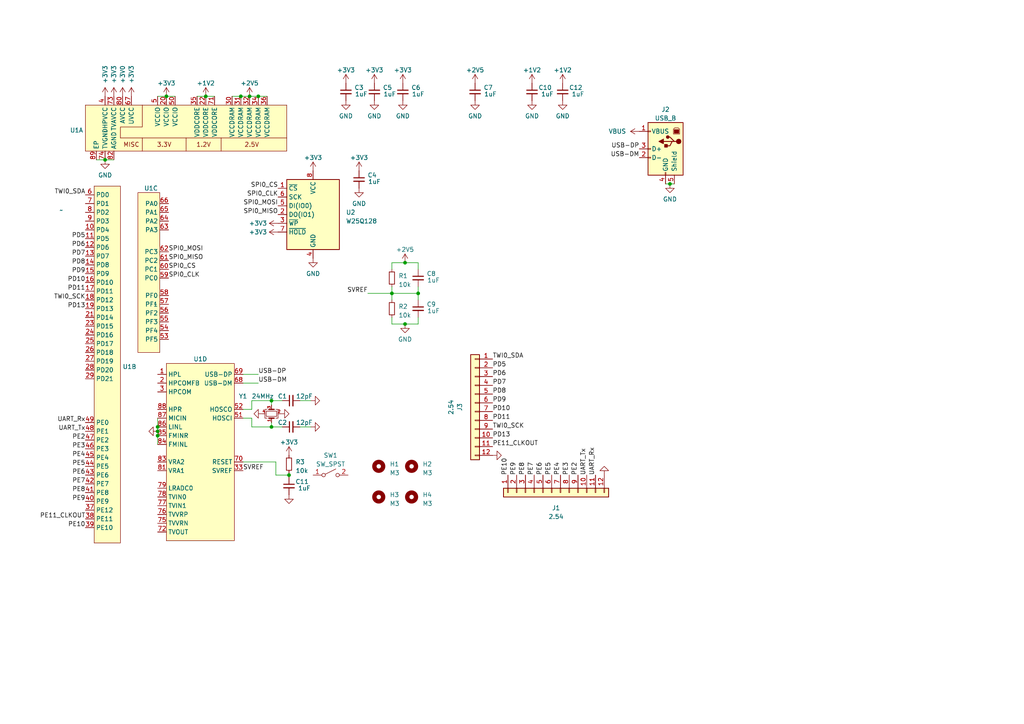
<source format=kicad_sch>
(kicad_sch (version 20230121) (generator eeschema)
  (paper "A4")
  (lib_symbols
    (symbol "Connector:USB_B" (pin_names (offset 1.016))
      (property "Reference" "J" (at -5.08 11.43 0))
      (property "Value" "USB_B" (at -5.08 8.89 0))
      (symbol "USB_B_0_1"
        (rectangle (start -5.08 -7.62) (end 5.08 7.62) (stroke (width 0.254)) (fill (type background)))
        (circle (center -3.81 2.159) (radius 0.635) (stroke (width 0.254)) (fill (type outline)))
        (rectangle (start -3.81 5.588) (end -2.54 4.572) (fill (type outline)))
        (circle (center -0.635 3.429) (radius 0.381) (stroke (width 0.254)) (fill (type outline)))
        (rectangle (start -0.127 -7.62) (end 0.127 -6.858))
        (polyline (pts (xy -1.905 2.159) (xy 0.635 2.159)) (stroke (width 0.254)))
        (polyline (pts (xy -3.175 2.159) (xy -2.54 2.159) (xy -1.27 3.429) (xy -0.635 3.429)) (stroke (width 0.254)))
        (polyline (pts (xy -2.54 2.159) (xy -1.905 2.159) (xy -1.27 0.889) (xy 0 0.889)) (stroke (width 0.254)))
        (polyline (pts (xy 0.635 2.794) (xy 0.635 1.524) (xy 1.905 2.159) (xy 0.635 2.794)) (stroke (width 0.254)) (fill (type outline)))
        (polyline (pts (xy -4.064 4.318) (xy -2.286 4.318) (xy -2.286 5.715) (xy -2.667 6.096) (xy -3.683 6.096) (xy -4.064 5.715) (xy -4.064 4.318)))
        (rectangle (start 0.254 1.27) (end -0.508 0.508) (stroke (width 0.254)) (fill (type outline)))
        (rectangle (start 5.08 -2.667) (end 4.318 -2.413))
        (rectangle (start 5.08 -0.127) (end 4.318 0.127))
        (rectangle (start 5.08 4.953) (end 4.318 5.207))
      )
      (symbol "USB_B_1_1"
        (pin power_out line (at 7.62 5.08 180) (length 2.54) (name "VBUS") (number "1"))
        (pin bidirectional line (at 7.62 -2.54 180) (length 2.54) (name "D-") (number "2"))
        (pin bidirectional line (at 7.62 0 180) (length 2.54) (name "D+") (number "3"))
        (pin power_out line (at 0 -10.16 90) (length 2.54) (name "GND") (number "4"))
        (pin passive line (at -2.54 -10.16 90) (length 2.54) (name "Shield") (number "5"))
      )
    )
    (symbol "Connector_Generic:Conn_01x12" (pin_names (offset 1.016) hide)
      (property "Reference" "J" (at 0 15.24 0))
      (property "Value" "Conn_01x12" (at 0 -17.78 0))
      (symbol "Conn_01x12_1_1"
        (rectangle (start -1.27 -15.113) (end 0 -15.367) (stroke (width 0.1524)))
        (rectangle (start -1.27 -12.573) (end 0 -12.827) (stroke (width 0.1524)))
        (rectangle (start -1.27 -10.033) (end 0 -10.287) (stroke (width 0.1524)))
        (rectangle (start -1.27 -7.493) (end 0 -7.747) (stroke (width 0.1524)))
        (rectangle (start -1.27 -4.953) (end 0 -5.207) (stroke (width 0.1524)))
        (rectangle (start -1.27 -2.413) (end 0 -2.667) (stroke (width 0.1524)))
        (rectangle (start -1.27 0.127) (end 0 -0.127) (stroke (width 0.1524)))
        (rectangle (start -1.27 2.667) (end 0 2.413) (stroke (width 0.1524)))
        (rectangle (start -1.27 5.207) (end 0 4.953) (stroke (width 0.1524)))
        (rectangle (start -1.27 7.747) (end 0 7.493) (stroke (width 0.1524)))
        (rectangle (start -1.27 10.287) (end 0 10.033) (stroke (width 0.1524)))
        (rectangle (start -1.27 12.827) (end 0 12.573) (stroke (width 0.1524)))
        (rectangle (start -1.27 13.97) (end 1.27 -16.51) (stroke (width 0.254)) (fill (type background)))
        (pin passive line (at -5.08 12.7 0) (length 3.81) (name "Pin_1") (number "1"))
        (pin passive line (at -5.08 -10.16 0) (length 3.81) (name "Pin_10") (number "10"))
        (pin passive line (at -5.08 -12.7 0) (length 3.81) (name "Pin_11") (number "11"))
        (pin passive line (at -5.08 -15.24 0) (length 3.81) (name "Pin_12") (number "12"))
        (pin passive line (at -5.08 10.16 0) (length 3.81) (name "Pin_2") (number "2"))
        (pin passive line (at -5.08 7.62 0) (length 3.81) (name "Pin_3") (number "3"))
        (pin passive line (at -5.08 5.08 0) (length 3.81) (name "Pin_4") (number "4"))
        (pin passive line (at -5.08 2.54 0) (length 3.81) (name "Pin_5") (number "5"))
        (pin passive line (at -5.08 0 0) (length 3.81) (name "Pin_6") (number "6"))
        (pin passive line (at -5.08 -2.54 0) (length 3.81) (name "Pin_7") (number "7"))
        (pin passive line (at -5.08 -5.08 0) (length 3.81) (name "Pin_8") (number "8"))
        (pin passive line (at -5.08 -7.62 0) (length 3.81) (name "Pin_9") (number "9"))
      )
    )
    (symbol "Device:C_Small" (pin_numbers hide) (pin_names (offset 0.254) hide)
      (property "Reference" "C" (at 0.254 1.778 0))
      (property "Value" "C_Small" (at 0.254 -2.032 0))
      (symbol "C_Small_0_1"
        (polyline (pts (xy -1.524 -0.508) (xy 1.524 -0.508)) (stroke (width 0.3302)))
        (polyline (pts (xy -1.524 0.508) (xy 1.524 0.508)) (stroke (width 0.3048)))
      )
      (symbol "C_Small_1_1"
        (pin passive line (at 0 2.54 270) (length 2.032) (name "~") (number "1"))
        (pin passive line (at 0 -2.54 90) (length 2.032) (name "~") (number "2"))
      )
    )
    (symbol "Device:Crystal_GND24_Small" (pin_names (offset 1.016) hide)
      (property "Reference" "Y" (at 1.27 4.445 0))
      (property "Value" "Crystal_GND24_Small" (at 1.27 2.54 0))
      (symbol "Crystal_GND24_Small_0_1"
        (rectangle (start -0.762 -1.524) (end 0.762 1.524))
        (polyline (pts (xy -1.27 -0.762) (xy -1.27 0.762)) (stroke (width 0.381)))
        (polyline (pts (xy 1.27 -0.762) (xy 1.27 0.762)) (stroke (width 0.381)))
        (polyline (pts (xy -1.27 -1.27) (xy -1.27 -1.905) (xy 1.27 -1.905) (xy 1.27 -1.27)))
        (polyline (pts (xy -1.27 1.27) (xy -1.27 1.905) (xy 1.27 1.905) (xy 1.27 1.27)))
      )
      (symbol "Crystal_GND24_Small_1_1"
        (pin passive line (at -2.54 0 0) (length 1.27) (name "1") (number "1"))
        (pin passive line (at 0 -2.54 90) (length 0.635) (name "2") (number "2"))
        (pin passive line (at 2.54 0 180) (length 1.27) (name "3") (number "3"))
        (pin passive line (at 0 2.54 270) (length 0.635) (name "4") (number "4"))
      )
    )
    (symbol "Device:R_Small" (pin_numbers hide) (pin_names (offset 0.254) hide)
      (property "Reference" "R" (at 0.762 0.508 0))
      (property "Value" "R_Small" (at 0.762 -1.016 0))
      (symbol "R_Small_0_1"
        (rectangle (start -0.762 1.778) (end 0.762 -1.778) (stroke (width 0.2032)))
      )
      (symbol "R_Small_1_1"
        (pin passive line (at 0 2.54 270) (length 0.762) (name "~") (number "1"))
        (pin passive line (at 0 -2.54 90) (length 0.762) (name "~") (number "2"))
      )
    )
    (symbol "Mechanical:MountingHole" (pin_names (offset 1.016))
      (property "Reference" "H" (at 0 5.08 0))
      (property "Value" "MountingHole" (at 0 3.175 0))
      (symbol "MountingHole_0_1"
        (circle (center 0 0) (radius 1.27) (stroke (width 1.27)))
      )
    )
    (symbol "Memory_Flash:W25X40CLSN"
      (property "Reference" "U" (at -7.62 10.16 0))
      (property "Value" "W25X40CLSN" (at 2.54 10.16 0))
      (symbol "W25X40CLSN_0_1"
        (rectangle (start -7.62 10.16) (end 7.62 -10.16) (stroke (width 0.254)) (fill (type background)))
      )
      (symbol "W25X40CLSN_1_1"
        (pin input line (at -10.16 7.62 0) (length 2.54) (name "~{CS}") (number "1"))
        (pin bidirectional line (at -10.16 0 0) (length 2.54) (name "DO(IO1)") (number "2"))
        (pin bidirectional line (at -10.16 -2.54 0) (length 2.54) (name "~{WP}") (number "3"))
        (pin power_in line (at 0 -12.7 90) (length 2.54) (name "GND") (number "4"))
        (pin bidirectional line (at -10.16 2.54 0) (length 2.54) (name "DI(IO0)") (number "5"))
        (pin input line (at -10.16 5.08 0) (length 2.54) (name "SCK") (number "6"))
        (pin bidirectional line (at -10.16 -5.08 0) (length 2.54) (name "~{HOLD}") (number "7"))
        (pin power_in line (at 0 12.7 270) (length 2.54) (name "VCC") (number "8"))
      )
    )
    (symbol "OI_HiRes:F1C200s"
      (property "Reference" "U" (at -13.335 42.545 0))
      (symbol "F1C200s_1_1"
        (rectangle (start -29.21 5.715) (end 29.21 -7.62) (fill (type background)))
        (polyline (pts (xy -19.05 -3.81) (xy 29.21 -3.81)))
        (polyline (pts (xy -12.7 -3.81) (xy -12.7 -7.62)))
        (polyline (pts (xy 0 -3.81) (xy 0 -7.62)))
        (polyline (pts (xy 10.16 -3.81) (xy 10.16 -7.62)))
        (polyline (pts (xy -19.05 -3.81) (xy -19.05 -0.635) (xy -12.7 -0.635) (xy -12.7 5.715)))
        (text "1.2V" (at 5.08 -5.715 0) (effects (font (size 1.27 1.27))))
        (text "2.5V" (at 19.05 -5.715 0) (effects (font (size 1.27 1.27))))
        (text "3.3V" (at -6.35 -5.715 0) (effects (font (size 1.27 1.27))))
        (text "MISC" (at -15.875 -5.715 0) (effects (font (size 1.27 1.27))))
        (pin power_in line (at -5.715 8.255 270) (length 2.54) (name "VCCIO") (number "20"))
        (pin power_in line (at 5.715 8.255 270) (length 2.54) (name "VDDCORE") (number "22"))
        (pin power_in line (at 13.335 8.255 270) (length 2.54) (name "VCCDRAM") (number "30"))
        (pin power_in line (at 15.875 8.255 270) (length 2.54) (name "VCCDRAM") (number "31"))
        (pin power_in line (at 18.415 8.255 270) (length 2.54) (name "VCCDRAM") (number "32"))
        (pin power_in line (at 20.955 8.255 270) (length 2.54) (name "VCCDRAM") (number "34"))
        (pin power_in line (at 3.175 8.255 270) (length 2.54) (name "VDDCORE") (number "35"))
        (pin power_in line (at 23.495 8.255 270) (length 2.54) (name "VCCDRAM") (number "36"))
        (pin power_in line (at -23.495 8.255 270) (length 2.54) (name "HPVCC") (number "4"))
        (pin power_in line (at -8.255 8.255 270) (length 2.54) (name "VCCIO") (number "5"))
        (pin power_in line (at -3.175 8.255 270) (length 2.54) (name "VCCIO") (number "50"))
        (pin power_in line (at -15.875 8.255 270) (length 2.54) (name "UVCC") (number "67"))
        (pin power_in line (at 8.255 8.255 270) (length 2.54) (name "VDDCORE") (number "71"))
        (pin power_in line (at -20.955 8.255 270) (length 2.54) (name "TVAVCC") (number "73"))
        (pin power_in line (at -23.495 -10.16 90) (length 2.54) (name "TVGND") (number "74"))
        (pin power_in line (at -18.415 8.255 270) (length 2.54) (name "AVCC") (number "80"))
        (pin power_in line (at -20.955 -10.16 90) (length 2.54) (name "AGND") (number "82"))
        (pin power_in line (at -26.035 -10.16 90) (length 2.54) (name "EP") (number "89"))
      )
      (symbol "F1C200s_2_1"
        (rectangle (start -3.81 49.53) (end 3.81 -53.975) (fill (type background)))
        (pin bidirectional line (at -6.35 36.83 0) (length 2.54) (name "PD4") (number "10"))
        (pin bidirectional line (at -6.35 34.29 0) (length 2.54) (name "PD5") (number "11"))
        (pin bidirectional line (at -6.35 31.75 0) (length 2.54) (name "PD6") (number "12"))
        (pin bidirectional line (at -6.35 29.21 0) (length 2.54) (name "PD7") (number "13"))
        (pin bidirectional line (at -6.35 26.67 0) (length 2.54) (name "PD8") (number "14"))
        (pin bidirectional line (at -6.35 24.13 0) (length 2.54) (name "PD9") (number "15"))
        (pin bidirectional line (at -6.35 21.59 0) (length 2.54) (name "PD10") (number "16"))
        (pin bidirectional line (at -6.35 19.05 0) (length 2.54) (name "PD11") (number "17"))
        (pin bidirectional line (at -6.35 16.51 0) (length 2.54) (name "PD12") (number "18"))
        (pin bidirectional line (at -6.35 13.97 0) (length 2.54) (name "PD13") (number "19"))
        (pin bidirectional line (at -6.35 11.43 0) (length 2.54) (name "PD14") (number "21"))
        (pin bidirectional line (at -6.35 8.89 0) (length 2.54) (name "PD15") (number "23"))
        (pin bidirectional line (at -6.35 6.35 0) (length 2.54) (name "PD16") (number "24"))
        (pin bidirectional line (at -6.35 3.81 0) (length 2.54) (name "PD17") (number "25"))
        (pin bidirectional line (at -6.35 1.27 0) (length 2.54) (name "PD18") (number "26"))
        (pin bidirectional line (at -6.35 -1.27 0) (length 2.54) (name "PD19") (number "27"))
        (pin bidirectional line (at -6.35 -3.81 0) (length 2.54) (name "PD20") (number "28"))
        (pin bidirectional line (at -6.35 -6.35 0) (length 2.54) (name "PD21") (number "29"))
        (pin bidirectional line (at -6.35 -44.45 0) (length 2.54) (name "PE12") (number "37"))
        (pin bidirectional line (at -6.35 -46.99 0) (length 2.54) (name "PE11") (number "38"))
        (pin bidirectional line (at -6.35 -49.53 0) (length 2.54) (name "PE10") (number "39"))
        (pin bidirectional line (at -6.35 -41.91 0) (length 2.54) (name "PE9") (number "40"))
        (pin bidirectional line (at -6.35 -39.37 0) (length 2.54) (name "PE8") (number "41"))
        (pin bidirectional line (at -6.35 -36.83 0) (length 2.54) (name "PE7") (number "42"))
        (pin bidirectional line (at -6.35 -34.29 0) (length 2.54) (name "PE6") (number "43"))
        (pin bidirectional line (at -6.35 -31.75 0) (length 2.54) (name "PE5") (number "44"))
        (pin bidirectional line (at -6.35 -29.21 0) (length 2.54) (name "PE4") (number "45"))
        (pin bidirectional line (at -6.35 -26.67 0) (length 2.54) (name "PE3") (number "46"))
        (pin bidirectional line (at -6.35 -24.13 0) (length 2.54) (name "PE2") (number "47"))
        (pin bidirectional line (at -6.35 -21.59 0) (length 2.54) (name "PE1") (number "48"))
        (pin bidirectional line (at -6.35 -19.05 0) (length 2.54) (name "PE0") (number "49"))
        (pin bidirectional line (at -6.35 46.99 0) (length 2.54) (name "PD0") (number "6"))
        (pin bidirectional line (at -6.35 44.45 0) (length 2.54) (name "PD1") (number "7"))
        (pin bidirectional line (at -6.35 41.91 0) (length 2.54) (name "PD2") (number "8"))
        (pin bidirectional line (at -6.35 39.37 0) (length 2.54) (name "PD3") (number "9"))
      )
      (symbol "F1C200s_3_1"
        (rectangle (start -3.81 24.765) (end 2.54 -21.59) (fill (type background)))
        (pin bidirectional line (at 5.08 -17.78 180) (length 2.54) (name "PF5") (number "53"))
        (pin bidirectional line (at 5.08 -15.24 180) (length 2.54) (name "PF4") (number "54"))
        (pin bidirectional line (at 5.08 -12.7 180) (length 2.54) (name "PF3") (number "55"))
        (pin bidirectional line (at 5.08 -10.16 180) (length 2.54) (name "PF2") (number "56"))
        (pin bidirectional line (at 5.08 -7.62 180) (length 2.54) (name "PF1") (number "57"))
        (pin bidirectional line (at 5.08 -5.08 180) (length 2.54) (name "PF0") (number "58"))
        (pin bidirectional line (at 5.08 0 180) (length 2.54) (name "PC0") (number "59"))
        (pin bidirectional line (at 5.08 2.54 180) (length 2.54) (name "PC1") (number "60"))
        (pin bidirectional line (at 5.08 5.08 180) (length 2.54) (name "PC2") (number "61"))
        (pin bidirectional line (at 5.08 7.62 180) (length 2.54) (name "PC3") (number "62"))
        (pin bidirectional line (at 5.08 13.97 180) (length 2.54) (name "PA3") (number "63"))
        (pin bidirectional line (at 5.08 16.51 180) (length 2.54) (name "PA2") (number "64"))
        (pin bidirectional line (at 5.08 19.05 180) (length 2.54) (name "PA1") (number "65"))
        (pin bidirectional line (at 5.08 21.59 180) (length 2.54) (name "PA0") (number "66"))
      )
      (symbol "F1C200s_4_1"
        (rectangle (start -10.16 25.4) (end 9.525 -26.035) (fill (type background)))
        (pin bidirectional line (at -12.7 22.225 0) (length 2.54) (name "HPL") (number "1"))
        (pin bidirectional line (at -12.7 19.685 0) (length 2.54) (name "HPCOMFB") (number "2"))
        (pin bidirectional line (at -12.7 17.145 0) (length 2.54) (name "HPCOM") (number "3"))
        (pin bidirectional line (at 12.065 -5.715 180) (length 2.54) (name "SVREF") (number "33"))
        (pin bidirectional line (at 12.065 9.525 180) (length 2.54) (name "HOSCI") (number "51"))
        (pin bidirectional line (at 12.065 12.065 180) (length 2.54) (name "HOSCO") (number "52"))
        (pin bidirectional line (at 12.065 19.685 180) (length 2.54) (name "USB-DM") (number "68"))
        (pin bidirectional line (at 12.065 22.225 180) (length 2.54) (name "USB-DP") (number "69"))
        (pin bidirectional line (at 12.065 -3.175 180) (length 2.54) (name "RESET") (number "70"))
        (pin bidirectional line (at -12.7 -23.495 0) (length 2.54) (name "TVOUT") (number "72"))
        (pin bidirectional line (at -12.7 -20.955 0) (length 2.54) (name "TVVRN") (number "75"))
        (pin bidirectional line (at -12.7 -18.415 0) (length 2.54) (name "TVVRP") (number "76"))
        (pin bidirectional line (at -12.7 -15.875 0) (length 2.54) (name "TVIN1") (number "77"))
        (pin bidirectional line (at -12.7 -13.335 0) (length 2.54) (name "TVIN0") (number "78"))
        (pin bidirectional line (at -12.7 -10.795 0) (length 2.54) (name "LRADC0") (number "79"))
        (pin bidirectional line (at -12.7 -5.715 0) (length 2.54) (name "VRA1") (number "81"))
        (pin bidirectional line (at -12.7 -3.175 0) (length 2.54) (name "VRA2") (number "83"))
        (pin bidirectional line (at -12.7 1.905 0) (length 2.54) (name "FMINL") (number "84"))
        (pin bidirectional line (at -12.7 4.445 0) (length 2.54) (name "FMINR") (number "85"))
        (pin bidirectional line (at -12.7 6.985 0) (length 2.54) (name "LINL") (number "86"))
        (pin bidirectional line (at -12.7 9.525 0) (length 2.54) (name "MICIN") (number "87"))
        (pin bidirectional line (at -12.7 12.065 0) (length 2.54) (name "HPR") (number "88"))
      )
    )
    (symbol "Switch:SW_SPST" (pin_names (offset 0) hide)
      (property "Reference" "SW" (at 0 3.175 0))
      (property "Value" "SW_SPST" (at 0 -2.54 0))
      (symbol "SW_SPST_0_0"
        (circle (center -2.032 0) (radius 0.508))
        (polyline (pts (xy -1.524 0.254) (xy 1.524 1.778)))
        (circle (center 2.032 0) (radius 0.508))
      )
      (symbol "SW_SPST_1_1"
        (pin passive line (at -5.08 0 0) (length 2.54) (name "A") (number "1"))
        (pin passive line (at 5.08 0 180) (length 2.54) (name "B") (number "2"))
      )
    )
    (symbol "power:+1V2" (power) (pin_names (offset 0))
      (property "Value" "+1V2" (at 0 3.556 0))
      (symbol "+1V2_0_1"
        (polyline (pts (xy -0.762 1.27) (xy 0 2.54)))
        (polyline (pts (xy 0 0) (xy 0 2.54)))
        (polyline (pts (xy 0 2.54) (xy 0.762 1.27)))
      )
      (symbol "+1V2_1_1"
        (pin power_in line (at 0 0 90) (length 0) hide (name "+1V2") (number "1"))
      )
    )
    (symbol "power:+2V5" (power) (pin_names (offset 0))
      (property "Value" "+2V5" (at 0 3.556 0))
      (symbol "+2V5_0_1"
        (polyline (pts (xy -0.762 1.27) (xy 0 2.54)))
        (polyline (pts (xy 0 0) (xy 0 2.54)))
        (polyline (pts (xy 0 2.54) (xy 0.762 1.27)))
      )
      (symbol "+2V5_1_1"
        (pin power_in line (at 0 0 90) (length 0) hide (name "+2V5") (number "1"))
      )
    )
    (symbol "power:+3V0" (power) (pin_names (offset 0))
      (property "Value" "+3V0" (at 0 3.556 0))
      (symbol "+3V0_0_1"
        (polyline (pts (xy -0.762 1.27) (xy 0 2.54)))
        (polyline (pts (xy 0 0) (xy 0 2.54)))
        (polyline (pts (xy 0 2.54) (xy 0.762 1.27)))
      )
      (symbol "+3V0_1_1"
        (pin power_in line (at 0 0 90) (length 0) hide (name "+3V0") (number "1"))
      )
    )
    (symbol "power:+3V3" (power) (pin_names (offset 0))
      (property "Value" "+3V3" (at 0 3.556 0))
      (symbol "+3V3_0_1"
        (polyline (pts (xy -0.762 1.27) (xy 0 2.54)))
        (polyline (pts (xy 0 0) (xy 0 2.54)))
        (polyline (pts (xy 0 2.54) (xy 0.762 1.27)))
      )
      (symbol "+3V3_1_1"
        (pin power_in line (at 0 0 90) (length 0) hide (name "+3V3") (number "1"))
      )
    )
    (symbol "power:GND" (power) (pin_names (offset 0))
      (property "Value" "GND" (at 0 -3.81 0))
      (symbol "GND_0_1"
        (polyline (pts (xy 0 0) (xy 0 -1.27) (xy 1.27 -1.27) (xy 0 -2.54) (xy -1.27 -1.27) (xy 0 -1.27)))
      )
      (symbol "GND_1_1"
        (pin power_in line (at 0 0 270) (length 0) hide (name "GND") (number "1"))
      )
    )
    (symbol "power:VBUS" (power) (pin_names (offset 0))
      (property "Value" "VBUS" (at 0 3.81 0))
      (symbol "VBUS_0_1"
        (polyline (pts (xy -0.762 1.27) (xy 0 2.54)))
        (polyline (pts (xy 0 0) (xy 0 2.54)))
        (polyline (pts (xy 0 2.54) (xy 0.762 1.27)))
      )
      (symbol "VBUS_1_1"
        (pin power_in line (at 0 0 90) (length 0) hide (name "VBUS") (number "1"))
      )
    )
  )
  (junction (at 117.475 93.98))
  (junction (at 74.93 27.94))
  (junction (at 45.72 123.825))
  (junction (at 78.74 116.205))
  (junction (at 72.39 27.94))
  (junction (at 121.285 85.09))
  (junction (at 83.82 137.795))
  (junction (at 113.665 85.09))
  (junction (at 48.26 27.94))
  (junction (at 45.72 125.095))
  (junction (at 194.31 53.34))
  (junction (at 78.74 123.825))
  (junction (at 45.72 126.365))
  (junction (at 59.69 27.94))
  (junction (at 117.475 76.2))
  (junction (at 30.48 46.355))
  (junction (at 69.85 27.94))
  (wire (pts (xy 106.68 85.09) (xy 113.665 85.09)))
  (wire (pts (xy 73.025 118.745) (xy 70.485 118.745)))
  (wire (pts (xy 45.72 121.285) (xy 45.72 123.825)))
  (wire (pts (xy 121.285 85.09) (xy 113.665 85.09)))
  (wire (pts (xy 74.93 27.94) (xy 77.47 27.94)))
  (wire (pts (xy 121.285 93.98) (xy 121.285 92.075)))
  (wire (pts (xy 48.26 27.94) (xy 50.8 27.94)))
  (wire (pts (xy 73.025 123.825) (xy 78.74 123.825)))
  (wire (pts (xy 57.15 27.94) (xy 59.69 27.94)))
  (wire (pts (xy 45.72 125.095) (xy 45.72 126.365)))
  (wire (pts (xy 121.285 85.09) (xy 121.285 86.995)))
  (wire (pts (xy 78.74 123.825) (xy 81.915 123.825)))
  (wire (pts (xy 113.665 92.075) (xy 113.665 93.98)))
  (wire (pts (xy 193.04 53.34) (xy 194.31 53.34)))
  (wire (pts (xy 83.82 137.795) (xy 83.82 138.43)))
  (wire (pts (xy 59.69 27.94) (xy 62.23 27.94)))
  (wire (pts (xy 27.94 46.355) (xy 30.48 46.355)))
  (wire (pts (xy 121.285 83.185) (xy 121.285 85.09)))
  (wire (pts (xy 83.82 137.16) (xy 83.82 137.795)))
  (wire (pts (xy 70.485 111.125) (xy 74.93 111.125)))
  (wire (pts (xy 45.72 126.365) (xy 45.72 128.905)))
  (wire (pts (xy 78.74 116.205) (xy 81.915 116.205)))
  (wire (pts (xy 113.665 76.2) (xy 117.475 76.2)))
  (wire (pts (xy 70.485 121.285) (xy 73.025 121.285)))
  (wire (pts (xy 86.995 116.205) (xy 90.17 116.205)))
  (wire (pts (xy 30.48 46.355) (xy 33.02 46.355)))
  (wire (pts (xy 194.31 53.34) (xy 195.58 53.34)))
  (wire (pts (xy 80.01 133.985) (xy 80.01 137.795)))
  (wire (pts (xy 80.01 137.795) (xy 83.82 137.795)))
  (wire (pts (xy 113.665 93.98) (xy 117.475 93.98)))
  (wire (pts (xy 73.025 121.285) (xy 73.025 123.825)))
  (wire (pts (xy 72.39 27.94) (xy 74.93 27.94)))
  (wire (pts (xy 117.475 76.2) (xy 121.285 76.2)))
  (wire (pts (xy 74.93 108.585) (xy 70.485 108.585)))
  (wire (pts (xy 117.475 93.98) (xy 121.285 93.98)))
  (wire (pts (xy 121.285 76.2) (xy 121.285 78.105)))
  (wire (pts (xy 78.74 116.205) (xy 73.025 116.205)))
  (wire (pts (xy 78.74 117.475) (xy 78.74 116.205)))
  (wire (pts (xy 70.485 133.985) (xy 80.01 133.985)))
  (wire (pts (xy 73.025 116.205) (xy 73.025 118.745)))
  (wire (pts (xy 113.665 85.09) (xy 113.665 86.995)))
  (wire (pts (xy 113.665 83.185) (xy 113.665 85.09)))
  (wire (pts (xy 67.31 27.94) (xy 69.85 27.94)))
  (wire (pts (xy 45.72 27.94) (xy 48.26 27.94)))
  (wire (pts (xy 69.85 27.94) (xy 72.39 27.94)))
  (wire (pts (xy 86.995 123.825) (xy 90.17 123.825)))
  (wire (pts (xy 113.665 78.105) (xy 113.665 76.2)))
  (wire (pts (xy 45.72 123.825) (xy 45.72 125.095)))
  (wire (pts (xy 78.74 123.825) (xy 78.74 122.555)))
  (label "PE6" (at 157.48 137.795 90))
  (label "SPI0_MISO" (at 80.645 62.23 180))
  (label "PE9" (at 149.86 137.795 90))
  (label "PD9" (at 142.875 116.84 0))
  (label "PD8" (at 24.765 76.835 180))
  (label "SVREF" (at 70.485 136.525 0))
  (label "PD9" (at 24.765 79.375 180))
  (label "PD7" (at 24.765 74.295 180))
  (label "PE6" (at 24.765 137.795 180))
  (label "TWI0_SDA" (at 142.875 104.14 0))
  (label "PE5" (at 160.02 137.795 90))
  (label "PE4" (at 162.56 137.795 90))
  (label "SPI0_CS" (at 80.645 54.61 180))
  (label "PE3" (at 24.765 130.175 180))
  (label "PD10" (at 24.765 81.915 180))
  (label "PE8" (at 152.4 137.795 90))
  (label "PE11_CLKOUT" (at 24.765 150.495 180))
  (label "UART_Rx" (at 24.765 122.555 180))
  (label "PE10" (at 147.32 137.795 90))
  (label "PE2" (at 24.765 127.635 180))
  (label "PD5" (at 142.875 106.68 0))
  (label "PD6" (at 142.875 109.22 0))
  (label "PD11" (at 142.875 121.92 0))
  (label "PD6" (at 24.765 71.755 180))
  (label "PD7" (at 142.875 111.76 0))
  (label "USB-DM" (at 185.42 45.72 180))
  (label "TWI0_SCK" (at 142.875 124.46 0))
  (label "PD8" (at 142.875 114.3 0))
  (label "UART_Tx" (at 170.18 137.795 90))
  (label "SVREF" (at 106.68 85.09 180))
  (label "PE10" (at 24.765 153.035 180))
  (label "PD5" (at 24.765 69.215 180))
  (label "SPI0_MOSI" (at 80.645 59.69 180))
  (label "PE9" (at 24.765 145.415 180))
  (label "PE7" (at 24.765 140.335 180))
  (label "SPI0_MOSI" (at 48.895 73.025 0))
  (label "PE4" (at 24.765 132.715 180))
  (label "PD10" (at 142.875 119.38 0))
  (label "PD13" (at 142.875 127 0))
  (label "SPI0_CLK" (at 80.645 57.15 180))
  (label "PE11_CLKOUT" (at 142.875 129.54 0))
  (label "PE5" (at 24.765 135.255 180))
  (label "UART_Tx" (at 24.765 125.095 180))
  (label "TWI0_SDA" (at 24.765 56.515 180))
  (label "PD13" (at 24.765 89.535 180))
  (label "SPI0_MISO" (at 48.895 75.565 0))
  (label "TWI0_SCK" (at 24.765 86.995 180))
  (label "UART_Rx" (at 172.72 137.795 90))
  (label "PE3" (at 165.1 137.795 90))
  (label "PE7" (at 154.94 137.795 90))
  (label "SPI0_CS" (at 48.895 78.105 0))
  (label "PD11" (at 24.765 84.455 180))
  (label "USB-DP" (at 74.93 108.585 0))
  (label "USB-DP" (at 185.42 43.18 180))
  (label "PE2" (at 167.64 137.795 90))
  (label "SPI0_CLK" (at 48.895 80.645 0))
  (label "PE8" (at 24.765 142.875 180))
  (label "USB-DM" (at 74.93 111.125 0))
  (symbol (lib_id "power:GND") (at 137.795 29.21 0) (unit 1)
    (property "Reference" "#PWR026" (effects hide))
    (property "Value" "GND" (at 137.795 33.655 0))
  )
  (symbol (lib_id "Mechanical:MountingHole") (at 119.38 135.255 0) (unit 1)
    (property "Reference" "H2" (at 122.555 134.62 0) (effects (justify left)))
    (property "Value" "M3" (at 122.555 137.16 0) (effects (justify left)))
    (property "Footprint" "MountingHole:MountingHole_3.2mm_M3" (effects hide))
  )
  (symbol (lib_id "power:GND") (at 90.17 116.205 90) (unit 1)
    (property "Reference" "#PWR012" (effects hide))
    (property "Value" "GND" (effects hide))
  )
  (symbol (lib_id "power:+2V5") (at 117.475 76.2 0) (unit 1)
    (property "Reference" "#PWR027" (effects hide))
    (property "Value" "+2V5" (at 117.475 72.39 0))
  )
  (symbol (lib_id "power:+3V3") (at 48.26 27.94 0) (unit 1)
    (property "Reference" "#PWR02" (effects hide))
    (property "Value" "+3V3" (at 48.26 24.13 0))
  )
  (symbol (lib_id "Memory_Flash:W25X40CLSN") (at 90.805 62.23 0) (unit 1)
    (property "Reference" "U2" (at 100.33 61.595 0) (effects (justify left)))
    (property "Value" "W25Q128" (at 100.33 64.135 0) (effects (justify left)))
    (property "Footprint" "Package_SO:SOIC-8_3.9x4.9mm_P1.27mm" (effects hide))
    (property "Datasheet" "https://www.winbond.com/resource-files/W25X40CL_G%2020210505.pdf" (effects hide))
  )
  (symbol (lib_id "power:+3V3") (at 80.645 67.31 90) (unit 1)
    (property "Reference" "#PWR014" (effects hide))
    (property "Value" "+3V3" (at 77.47 67.31 90) (effects (justify left)))
  )
  (symbol (lib_id "Connector_Generic:Conn_01x12") (at 160.02 142.875 90) (mirror x) (unit 1)
    (property "Reference" "J1" (at 161.29 147.32 90))
    (property "Value" "2.54" (at 161.29 149.86 90))
    (property "Footprint" "Connector_PinHeader_2.54mm:PinHeader_1x12_P2.54mm_Vertical" (effects hide))
  )
  (symbol (lib_id "OI_HiRes:F1C200s") (at 31.115 103.505 0) (unit 2)
    (property "Reference" "U1" (at 35.56 106.3625 0) (effects (justify left)))
    (property "Value" "~" (at 17.78 60.96 0))
    (property "Footprint" "OI_HiRes:QFN-88_EP_10x10_0.4mm_F1C200s" (effects hide))
  )
  (symbol (lib_id "power:+3V0") (at 35.56 27.94 0) (unit 1)
    (property "Reference" "#PWR07" (effects hide))
    (property "Value" "+3V0" (at 35.56 21.59 90))
  )
  (symbol (lib_id "Device:C_Small") (at 108.585 26.67 0) (unit 1)
    (property "Reference" "C5" (at 112.395 25.4 0))
    (property "Value" "1uF" (at 113.03 27.305 0))
    (property "Footprint" "Capacitor_SMD:C_0402_1005Metric" (effects hide))
  )
  (symbol (lib_id "power:GND") (at 90.805 74.93 0) (unit 1)
    (property "Reference" "#PWR016" (effects hide))
    (property "Value" "GND" (at 90.805 79.375 0))
  )
  (symbol (lib_id "Device:C_Small") (at 104.14 52.07 0) (unit 1)
    (property "Reference" "C4" (at 107.95 50.8 0))
    (property "Value" "1uF" (at 108.585 52.705 0))
    (property "Footprint" "Capacitor_SMD:C_0402_1005Metric" (effects hide))
  )
  (symbol (lib_id "Device:C_Small") (at 154.305 26.67 0) (unit 1)
    (property "Reference" "C10" (at 158.115 25.4 0))
    (property "Value" "1uF" (at 158.75 27.305 0))
    (property "Footprint" "Capacitor_SMD:C_0402_1005Metric" (effects hide))
  )
  (symbol (lib_id "Device:C_Small") (at 121.285 80.645 0) (unit 1)
    (property "Reference" "C8" (at 125.095 79.375 0))
    (property "Value" "1uF" (at 125.73 81.28 0))
    (property "Footprint" "Capacitor_SMD:C_0402_1005Metric" (effects hide))
  )
  (symbol (lib_id "Device:C_Small") (at 84.455 123.825 90) (unit 1)
    (property "Reference" "C2" (at 81.915 122.555 90))
    (property "Value" "12pF" (at 88.265 122.555 90))
    (property "Footprint" "Capacitor_SMD:C_0402_1005Metric" (effects hide))
  )
  (symbol (lib_id "Device:C_Small") (at 163.195 26.67 0) (unit 1)
    (property "Reference" "C12" (at 167.005 25.4 0))
    (property "Value" "1uF" (at 167.64 27.305 0))
    (property "Footprint" "Capacitor_SMD:C_0402_1005Metric" (effects hide))
  )
  (symbol (lib_id "power:+3V3") (at 83.82 132.08 0) (unit 1)
    (property "Reference" "#PWR034" (effects hide))
    (property "Value" "+3V3" (at 83.82 128.27 0))
  )
  (symbol (lib_id "power:GND") (at 100.33 29.21 0) (unit 1)
    (property "Reference" "#PWR018" (effects hide))
    (property "Value" "GND" (at 100.33 33.655 0))
  )
  (symbol (lib_id "power:GND") (at 104.14 54.61 0) (unit 1)
    (property "Reference" "#PWR020" (effects hide))
    (property "Value" "GND" (at 104.14 59.055 0))
  )
  (symbol (lib_id "power:+3V3") (at 80.645 64.77 90) (unit 1)
    (property "Reference" "#PWR015" (effects hide))
    (property "Value" "+3V3" (at 77.47 64.77 90) (effects (justify left)))
  )
  (symbol (lib_id "power:+3V3") (at 100.33 24.13 0) (unit 1)
    (property "Reference" "#PWR017" (effects hide))
    (property "Value" "+3V3" (at 100.33 20.32 0))
  )
  (symbol (lib_id "power:GND") (at 194.31 53.34 0) (unit 1)
    (property "Reference" "#PWR029" (effects hide))
    (property "Value" "GND" (at 194.31 57.785 0))
  )
  (symbol (lib_id "power:+1V2") (at 154.305 24.13 0) (unit 1)
    (property "Reference" "#PWR032" (effects hide))
    (property "Value" "+1V2" (at 154.305 20.32 0))
  )
  (symbol (lib_id "Device:C_Small") (at 121.285 89.535 0) (unit 1)
    (property "Reference" "C9" (at 125.095 88.265 0))
    (property "Value" "1uF" (at 125.73 90.17 0))
    (property "Footprint" "Capacitor_SMD:C_0402_1005Metric" (effects hide))
  )
  (symbol (lib_id "Connector_Generic:Conn_01x12") (at 137.795 116.84 0) (mirror y) (unit 1)
    (property "Reference" "J3" (at 133.35 118.11 90))
    (property "Value" "2.54" (at 130.81 118.11 90))
    (property "Footprint" "Connector_PinHeader_2.54mm:PinHeader_1x12_P2.54mm_Vertical" (effects hide))
  )
  (symbol (lib_id "Connector:USB_B") (at 193.04 43.18 0) (mirror y) (unit 1)
    (property "Reference" "J2" (at 193.04 31.75 0))
    (property "Value" "USB_B" (at 193.04 34.29 0))
    (property "Footprint" "Connector_USB:USB_B_OST_USB-B1HSxx_Horizontal" (effects hide))
    (property "Datasheet" " ~" (effects hide))
  )
  (symbol (lib_id "power:GND") (at 30.48 46.355 0) (unit 1)
    (property "Reference" "#PWR05" (effects hide))
    (property "Value" "GND" (at 30.48 50.8 0))
  )
  (symbol (lib_id "Device:C_Small") (at 137.795 26.67 0) (unit 1)
    (property "Reference" "C7" (at 141.605 25.4 0))
    (property "Value" "1uF" (at 142.24 27.305 0))
    (property "Footprint" "Capacitor_SMD:C_0402_1005Metric" (effects hide))
  )
  (symbol (lib_id "power:GND") (at 163.195 29.21 0) (unit 1)
    (property "Reference" "#PWR037" (effects hide))
    (property "Value" "GND" (at 163.195 33.655 0))
  )
  (symbol (lib_id "power:GND") (at 76.2 120.015 270) (unit 1)
    (property "Reference" "#PWR09" (effects hide))
    (property "Value" "GND" (effects hide))
  )
  (symbol (lib_id "power:+1V2") (at 59.69 27.94 0) (unit 1)
    (property "Reference" "#PWR03" (effects hide))
    (property "Value" "+1V2" (at 59.69 24.13 0))
  )
  (symbol (lib_id "power:GND") (at 175.26 137.795 180) (unit 1)
    (property "Reference" "#PWR031" (effects hide))
    (property "Value" "GND" (effects hide))
  )
  (symbol (lib_id "OI_HiRes:F1C200s") (at 43.815 80.645 0) (unit 3)
    (property "Reference" "U1" (at 43.815 54.61 0))
    (property "Value" "~" (at 30.48 38.1 0))
    (property "Footprint" "OI_HiRes:QFN-88_EP_10x10_0.4mm_F1C200s" (effects hide))
  )
  (symbol (lib_id "power:+2V5") (at 137.795 24.13 0) (unit 1)
    (property "Reference" "#PWR025" (effects hide))
    (property "Value" "+2V5" (at 137.795 20.32 0))
  )
  (symbol (lib_id "Switch:SW_SPST") (at 95.885 137.795 0) (unit 1)
    (property "Reference" "SW1" (at 95.885 132.08 0))
    (property "Value" "SW_SPST" (at 95.885 134.62 0))
    (property "Footprint" "Button_Switch_SMD:SW_SPST_EVQQ2" (effects hide))
  )
  (symbol (lib_id "power:+3V3") (at 104.14 49.53 0) (unit 1)
    (property "Reference" "#PWR019" (effects hide))
    (property "Value" "+3V3" (at 104.14 45.72 0))
  )
  (symbol (lib_id "power:GND") (at 116.84 29.21 0) (unit 1)
    (property "Reference" "#PWR024" (effects hide))
    (property "Value" "GND" (at 116.84 33.655 0))
  )
  (symbol (lib_id "Device:R_Small") (at 113.665 80.645 0) (unit 1)
    (property "Reference" "R1" (at 115.57 80.01 0) (effects (justify left)))
    (property "Value" "10k" (at 115.57 82.55 0) (effects (justify left)))
    (property "Footprint" "Resistor_SMD:R_0402_1005Metric" (effects hide))
  )
  (symbol (lib_id "power:+3V3") (at 30.48 27.94 0) (unit 1)
    (property "Reference" "#PWR01" (effects hide))
    (property "Value" "+3V3" (at 30.48 21.59 90))
  )
  (symbol (lib_id "power:GND") (at 117.475 93.98 0) (unit 1)
    (property "Reference" "#PWR028" (effects hide))
    (property "Value" "GND" (at 117.475 98.425 0))
  )
  (symbol (lib_id "power:+3V3") (at 38.1 27.94 0) (unit 1)
    (property "Reference" "#PWR08" (effects hide))
    (property "Value" "+3V3" (at 38.1 21.59 90))
  )
  (symbol (lib_id "Device:C_Small") (at 116.84 26.67 0) (unit 1)
    (property "Reference" "C6" (at 120.65 25.4 0))
    (property "Value" "1uF" (at 121.285 27.305 0))
    (property "Footprint" "Capacitor_SMD:C_0402_1005Metric" (effects hide))
  )
  (symbol (lib_id "power:GND") (at 90.17 123.825 90) (unit 1)
    (property "Reference" "#PWR011" (effects hide))
    (property "Value" "GND" (effects hide))
  )
  (symbol (lib_id "Mechanical:MountingHole") (at 109.855 135.255 0) (unit 1)
    (property "Reference" "H1" (at 113.03 134.62 0) (effects (justify left)))
    (property "Value" "M3" (at 113.03 137.16 0) (effects (justify left)))
    (property "Footprint" "MountingHole:MountingHole_3.2mm_M3" (effects hide))
  )
  (symbol (lib_id "power:GND") (at 81.28 120.015 90) (unit 1)
    (property "Reference" "#PWR010" (effects hide))
    (property "Value" "GND" (effects hide))
  )
  (symbol (lib_id "power:+3V3") (at 33.02 27.94 0) (unit 1)
    (property "Reference" "#PWR06" (effects hide))
    (property "Value" "+3V3" (at 33.02 21.59 90))
  )
  (symbol (lib_id "power:+3V3") (at 90.805 49.53 0) (unit 1)
    (property "Reference" "#PWR013" (effects hide))
    (property "Value" "+3V3" (at 90.805 45.72 0))
  )
  (symbol (lib_id "Device:C_Small") (at 83.82 140.97 0) (unit 1)
    (property "Reference" "C11" (at 87.63 139.7 0))
    (property "Value" "1uF" (at 88.265 141.605 0))
    (property "Footprint" "Capacitor_SMD:C_0402_1005Metric" (effects hide))
  )
  (symbol (lib_id "OI_HiRes:F1C200s") (at 58.42 130.81 0) (unit 4)
    (property "Reference" "U1" (at 58.1025 104.14 0))
    (property "Value" "~" (at 45.085 88.265 0))
    (property "Footprint" "OI_HiRes:QFN-88_EP_10x10_0.4mm_F1C200s" (effects hide))
  )
  (symbol (lib_id "power:GND") (at 108.585 29.21 0) (unit 1)
    (property "Reference" "#PWR022" (effects hide))
    (property "Value" "GND" (at 108.585 33.655 0))
  )
  (symbol (lib_id "Device:R_Small") (at 83.82 134.62 0) (unit 1)
    (property "Reference" "R3" (at 85.725 133.985 0) (effects (justify left)))
    (property "Value" "10k" (at 85.725 136.525 0) (effects (justify left)))
    (property "Footprint" "Resistor_SMD:R_0402_1005Metric" (effects hide))
  )
  (symbol (lib_id "power:+3V3") (at 108.585 24.13 0) (unit 1)
    (property "Reference" "#PWR021" (effects hide))
    (property "Value" "+3V3" (at 108.585 20.32 0))
  )
  (symbol (lib_id "power:+3V3") (at 116.84 24.13 0) (unit 1)
    (property "Reference" "#PWR023" (effects hide))
    (property "Value" "+3V3" (at 116.84 20.32 0))
  )
  (symbol (lib_id "power:GND") (at 45.72 125.095 270) (unit 1)
    (property "Reference" "#PWR038" (effects hide))
    (property "Value" "GND" (effects hide))
  )
  (symbol (lib_id "Device:C_Small") (at 100.33 26.67 0) (unit 1)
    (property "Reference" "C3" (at 104.14 25.4 0))
    (property "Value" "1uF" (at 104.775 27.305 0))
    (property "Footprint" "Capacitor_SMD:C_0402_1005Metric" (effects hide))
  )
  (symbol (lib_id "Device:R_Small") (at 113.665 89.535 0) (unit 1)
    (property "Reference" "R2" (at 115.57 88.9 0) (effects (justify left)))
    (property "Value" "10k" (at 115.57 91.44 0) (effects (justify left)))
    (property "Footprint" "Resistor_SMD:R_0402_1005Metric" (effects hide))
  )
  (symbol (lib_id "power:GND") (at 142.875 132.08 90) (unit 1)
    (property "Reference" "#PWR039" (effects hide))
    (property "Value" "GND" (effects hide))
  )
  (symbol (lib_id "Mechanical:MountingHole") (at 119.38 144.145 0) (unit 1)
    (property "Reference" "H4" (at 122.555 143.51 0) (effects (justify left)))
    (property "Value" "M3" (at 122.555 146.05 0) (effects (justify left)))
    (property "Footprint" "MountingHole:MountingHole_3.2mm_M3" (effects hide))
  )
  (symbol (lib_id "power:+1V2") (at 163.195 24.13 0) (unit 1)
    (property "Reference" "#PWR036" (effects hide))
    (property "Value" "+1V2" (at 163.195 20.32 0))
  )
  (symbol (lib_id "power:+2V5") (at 72.39 27.94 0) (unit 1)
    (property "Reference" "#PWR04" (effects hide))
    (property "Value" "+2V5" (at 72.39 24.13 0))
  )
  (symbol (lib_id "Mechanical:MountingHole") (at 109.855 144.145 0) (unit 1)
    (property "Reference" "H3" (at 113.03 143.51 0) (effects (justify left)))
    (property "Value" "M3" (at 113.03 146.05 0) (effects (justify left)))
    (property "Footprint" "MountingHole:MountingHole_3.2mm_M3" (effects hide))
  )
  (symbol (lib_id "power:GND") (at 83.82 143.51 0) (unit 1)
    (property "Reference" "#PWR035" (effects hide))
    (property "Value" "GND" (effects hide))
  )
  (symbol (lib_id "Device:C_Small") (at 84.455 116.205 90) (unit 1)
    (property "Reference" "C1" (at 81.915 114.935 90))
    (property "Value" "12pF" (at 88.265 114.935 90))
    (property "Footprint" "Capacitor_SMD:C_0402_1005Metric" (effects hide))
  )
  (symbol (lib_id "power:VBUS") (at 185.42 38.1 90) (unit 1)
    (property "Reference" "#PWR030" (effects hide))
    (property "Value" "VBUS" (at 181.61 38.1 90) (effects (justify left)))
  )
  (symbol (lib_id "OI_HiRes:F1C200s") (at 53.975 36.195 0) (unit 1)
    (property "Reference" "U1" (at 24.13 37.7825 0) (effects (justify right)))
    (property "Value" "~" (at 40.64 -6.35 0))
    (property "Footprint" "OI_HiRes:QFN-88_EP_10x10_0.4mm_F1C200s" (effects hide))
  )
  (symbol (lib_id "Device:Crystal_GND24_Small") (at 78.74 120.015 90) (unit 1)
    (property "Reference" "Y1" (at 70.485 114.935 90))
    (property "Value" "24MHz" (at 76.2 114.935 90))
    (property "Footprint" "Crystal:Crystal_SMD_5032-4Pin_5.0x3.2mm" (effects hide))
  )
  (symbol (lib_id "power:GND") (at 154.305 29.21 0) (unit 1)
    (property "Reference" "#PWR033" (effects hide))
    (property "Value" "GND" (at 154.305 33.655 0))
  )
)
</source>
